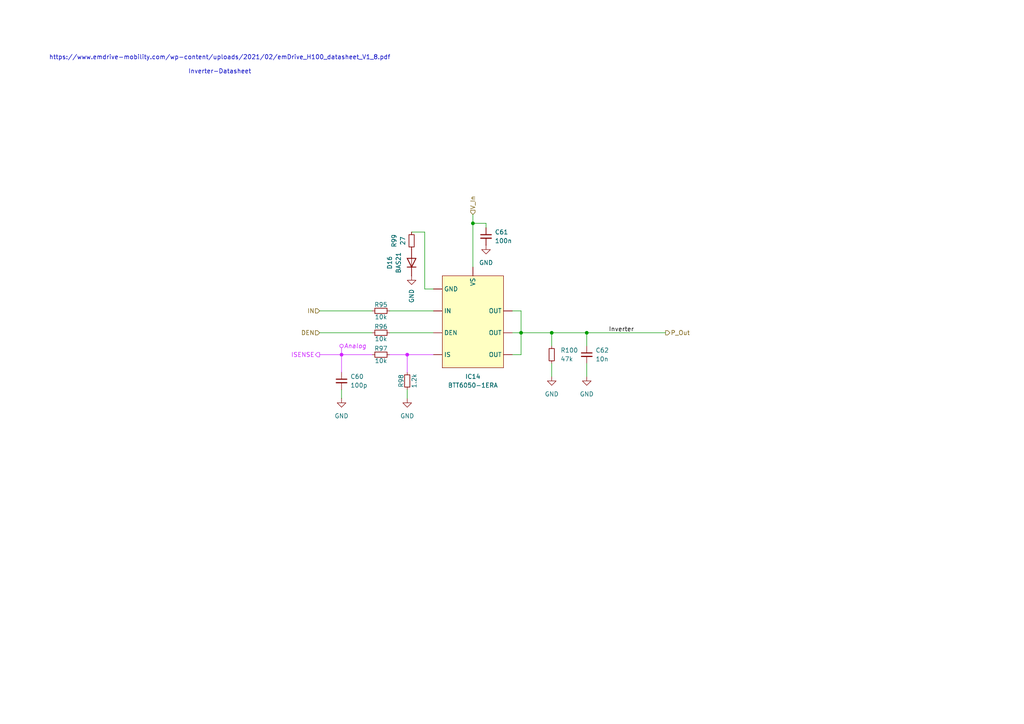
<source format=kicad_sch>
(kicad_sch (version 20231120) (generator "eeschema") (generator_version "8.0")
  (paper "A4")
  (title_block (title "PDU FT25") (date "2024-11-08") (rev "V1.0") (company "Janek Herm") (comment 1 "FaSTTUBe Electronics"))
  (lib_symbols
    (symbol "Device:C_Small" (pin_numbers hide) (pin_names (offset 0.254) hide)
      (property "Reference" "C" (at 0.254 1.778 0))
      (property "Value" "C_Small" (at 0.254 -2.032 0))
      (symbol "C_Small_0_1"
        (polyline (pts (xy -1.524 -0.508) (xy 1.524 -0.508)) (stroke (width 0.3302)))
        (polyline (pts (xy -1.524 0.508) (xy 1.524 0.508)) (stroke (width 0.3048)))
      )
      (symbol "C_Small_1_1"
        (pin passive line (at 0 2.54 270) (length 2.032) (name "~") (number "1"))
        (pin passive line (at 0 -2.54 90) (length 2.032) (name "~") (number "2"))
      )
    )
    (symbol "Device:R_Small" (pin_numbers hide) (pin_names (offset 0.254) hide)
      (property "Reference" "R" (at 0.762 0.508 0))
      (property "Value" "R_Small" (at 0.762 -1.016 0))
      (symbol "R_Small_0_1"
        (rectangle (start -0.762 1.778) (end 0.762 -1.778) (stroke (width 0.2032)))
      )
      (symbol "R_Small_1_1"
        (pin passive line (at 0 2.54 270) (length 0.762) (name "~") (number "1"))
        (pin passive line (at 0 -2.54 90) (length 0.762) (name "~") (number "2"))
      )
    )
    (symbol "Diode:BAS21" (pin_numbers hide) (pin_names hide)
      (property "Reference" "D" (at 0 2.54 0))
      (property "Value" "BAS21" (at 0 -2.54 0))
      (symbol "BAS21_0_1"
        (polyline (pts (xy -1.27 1.27) (xy -1.27 -1.27)) (stroke (width 0.254)))
        (polyline (pts (xy 1.27 0) (xy -1.27 0)))
        (polyline (pts (xy 1.27 1.27) (xy 1.27 -1.27) (xy -1.27 0) (xy 1.27 1.27)) (stroke (width 0.254)))
      )
      (symbol "BAS21_1_1"
        (pin passive line (at 3.81 0 180) (length 2.54) (name "A") (number "1"))
        (pin no_connect line (at -1.27 0 0) (length 2.54) hide (name "NC") (number "2"))
        (pin passive line (at -3.81 0 0) (length 2.54) (name "K") (number "3"))
      )
    )
    (symbol "FaSTTUBe_Power-Switches:BTT6050-1ERA"
      (property "Reference" "IC" (at 0.254 -28.956 0))
      (property "Value" "BTT6050-1ERA" (at 0.508 -31.242 0))
      (symbol "BTT6050-1ERA_1_1"
        (rectangle (start -8.89 -1.27) (end 8.89 -27.94) (fill (type background)))
        (pin input line (at -11.43 -17.78 0) (length 2.54) (name "DEN") (number ""))
        (pin output line (at -11.43 -5.08 0) (length 2.54) (name "GND") (number ""))
        (pin input line (at -11.43 -11.43 0) (length 2.54) (name "IN") (number ""))
        (pin output line (at -11.43 -24.13 0) (length 2.54) (name "IS") (number ""))
        (pin output line (at 11.43 -24.13 180) (length 2.54) (name "OUT") (number ""))
        (pin output line (at 11.43 -17.78 180) (length 2.54) (name "OUT") (number ""))
        (pin output line (at 11.43 -11.43 180) (length 2.54) (name "OUT") (number ""))
        (pin input line (at 0 1.27 270) (length 2.54) (name "VS") (number ""))
      )
    )
    (symbol "power:GND" (power) (pin_numbers hide) (pin_names (offset 0) hide)
      (property "Value" "GND" (at 0 -3.81 0))
      (symbol "GND_0_1"
        (polyline (pts (xy 0 0) (xy 0 -1.27) (xy 1.27 -1.27) (xy 0 -2.54) (xy -1.27 -1.27) (xy 0 -1.27)))
      )
      (symbol "GND_1_1"
        (pin power_in line (at 0 0 270) (length 0) (name "~") (number "1"))
      )
    )
  )
  (junction (at 170.18 96.52))
  (junction (at 151.13 96.52))
  (junction (at 99.06 102.87) (color 203 27 255 1))
  (junction (at 137.16 64.77))
  (junction (at 160.02 96.52))
  (junction (at 118.11 102.87) (color 203 27 255 1))
  (wire (pts (xy 123.19 83.82) (xy 125.73 83.82)))
  (wire (pts (xy 113.03 96.52) (xy 125.73 96.52)))
  (wire (pts (xy 160.02 105.41) (xy 160.02 109.22)))
  (wire (pts (xy 137.16 64.77) (xy 137.16 77.47)))
  (wire (pts (xy 99.06 113.03) (xy 99.06 115.57)))
  (wire (pts (xy 92.71 90.17) (xy 107.95 90.17)))
  (wire (pts (xy 92.71 102.87) (xy 99.06 102.87)) (stroke (width 0) (color 203 27 255 1)))
  (wire (pts (xy 118.11 102.87) (xy 118.11 107.95)) (stroke (width 0) (color 203 27 255 1)))
  (wire (pts (xy 113.03 90.17) (xy 125.73 90.17)))
  (wire (pts (xy 140.97 64.77) (xy 140.97 66.04)))
  (wire (pts (xy 118.11 113.03) (xy 118.11 115.57)))
  (wire (pts (xy 123.19 67.31) (xy 123.19 83.82)))
  (wire (pts (xy 160.02 96.52) (xy 160.02 100.33)))
  (wire (pts (xy 92.71 96.52) (xy 107.95 96.52)))
  (wire (pts (xy 170.18 96.52) (xy 170.18 100.33)))
  (wire (pts (xy 140.97 64.77) (xy 137.16 64.77)))
  (wire (pts (xy 118.11 102.87) (xy 125.73 102.87)) (stroke (width 0) (color 203 27 255 1)))
  (wire (pts (xy 113.03 102.87) (xy 118.11 102.87)) (stroke (width 0) (color 203 27 255 1)))
  (wire (pts (xy 148.59 90.17) (xy 151.13 90.17)))
  (wire (pts (xy 148.59 96.52) (xy 151.13 96.52)))
  (wire (pts (xy 148.59 102.87) (xy 151.13 102.87)))
  (wire (pts (xy 99.06 102.87) (xy 107.95 102.87)) (stroke (width 0) (color 203 27 255 1)))
  (wire (pts (xy 170.18 96.52) (xy 193.04 96.52)))
  (wire (pts (xy 151.13 102.87) (xy 151.13 96.52)))
  (wire (pts (xy 151.13 96.52) (xy 160.02 96.52)))
  (wire (pts (xy 123.19 67.31) (xy 119.38 67.31)))
  (wire (pts (xy 137.16 62.23) (xy 137.16 64.77)))
  (wire (pts (xy 160.02 96.52) (xy 170.18 96.52)))
  (wire (pts (xy 99.06 102.87) (xy 99.06 107.95)) (stroke (width 0) (color 203 27 255 1)))
  (wire (pts (xy 170.18 105.41) (xy 170.18 109.22)))
  (wire (pts (xy 151.13 90.17) (xy 151.13 96.52)))
  (text "https://www.emdrive-mobility.com/wp-content/uploads/2021/02/emDrive_H100_datasheet_V1_8.pdf\n\nInverter-Datasheet" (at 63.754 18.796 0) (effects (font (size 1.27 1.27))))
  (label "Inverter" (at 176.53 96.52 0))
  (hierarchical_label "DEN" (shape input) (at 92.71 96.52 180))
  (hierarchical_label "ISENSE" (shape output) (at 92.71 102.87 180))
  (hierarchical_label "V_In" (shape input) (at 137.16 62.23 90))
  (hierarchical_label "IN" (shape input) (at 92.71 90.17 180))
  (hierarchical_label "P_Out" (shape output) (at 193.04 96.52 0))
  (netclass_flag "" (length 2.54) (shape round) (at 99.06 102.87 0) (property "Netclass" "Analog" (at 99.7585 100.33 0) (effects (font (italic yes)) (justify left))))
  (symbol (lib_id "power:GND") (at 140.97 71.12 0) (unit 1)
    (property "Reference" "#PWR0112" (effects (hide yes)))
    (property "Value" "GND" (at 140.97 76.2 0))
    (property "Description" "Power symbol creates a global label with name \"GND\" , ground" (effects (hide yes)))
    (instances (project "FT25_PDU" (path "" (reference "#PWR0118") (unit 1)) (path "" (reference "#PWR0112") (unit 1))))
  )
  (symbol (lib_id "Device:R_Small") (at 119.38 69.85 180) (unit 1)
    (property "Reference" "R93" (at 114.3 69.85 90))
    (property "Value" "27" (at 116.84 69.85 90))
    (property "Description" "Resistor, small symbol" (effects (hide yes)))
    (instances (project "FT25_PDU" (path "" (reference "R99") (unit 1)) (path "" (reference "R93") (unit 1))))
  )
  (symbol (lib_id "Diode:BAS21") (at 119.38 76.2 90) (unit 1)
    (property "Reference" "D15" (at 113.03 76.2 0))
    (property "Value" "BAS21" (at 115.57 76.2 0))
    (property "Footprint" "Package_TO_SOT_SMD:SOT-23" (effects (hide yes)))
    (property "Datasheet" "https://www.diodes.com/assets/Datasheets/Ds12004.pdf" (effects (hide yes)))
    (property "Description" "250V, 0.4A, High-speed Switching Diode, SOT-23" (effects (hide yes)))
    (instances (project "FT25_PDU" (path "" (reference "D16") (unit 1)) (path "" (reference "D15") (unit 1))))
  )
  (symbol (lib_id "power:GND") (at 170.18 109.22 0) (unit 1)
    (property "Reference" "#PWR0114" (effects (hide yes)))
    (property "Value" "GND" (at 170.18 114.3 0))
    (property "Description" "Power symbol creates a global label with name \"GND\" , ground" (effects (hide yes)))
    (instances (project "FT25_PDU" (path "" (reference "#PWR0120") (unit 1)) (path "" (reference "#PWR0114") (unit 1))))
  )
  (symbol (lib_id "Device:R_Small") (at 110.49 96.52 270) (unit 1)
    (property "Reference" "R90" (at 110.49 94.742 90))
    (property "Value" "10k" (at 110.49 98.298 90))
    (property "Description" "Resistor, small symbol" (effects (hide yes)))
    (instances (project "FT25_PDU" (path "" (reference "R96") (unit 1)) (path "" (reference "R90") (unit 1))))
  )
  (symbol (lib_id "Device:C_Small") (at 170.18 102.87 0) (unit 1)
    (property "Reference" "C59" (at 172.72 101.6062 0) (effects (justify left)))
    (property "Value" "10n" (at 172.72 104.1462 0) (effects (justify left)))
    (property "Description" "Unpolarized capacitor, small symbol" (effects (hide yes)))
    (instances (project "FT25_PDU" (path "" (reference "C62") (unit 1)) (path "" (reference "C59") (unit 1))))
  )
  (symbol (lib_id "Device:C_Small") (at 99.06 110.49 0) (unit 1)
    (property "Reference" "C57" (at 101.6 109.2262 0) (effects (justify left)))
    (property "Value" "100p" (at 101.6 111.7662 0) (effects (justify left)))
    (property "Description" "Unpolarized capacitor, small symbol" (effects (hide yes)))
    (instances (project "FT25_PDU" (path "" (reference "C60") (unit 1)) (path "" (reference "C57") (unit 1))))
  )
  (symbol (lib_id "power:GND") (at 119.38 80.01 0) (unit 1)
    (property "Reference" "#PWR0111" (effects (hide yes)))
    (property "Value" "GND" (at 119.3799 83.82 90) (effects (justify right)))
    (property "Description" "Power symbol creates a global label with name \"GND\" , ground" (effects (hide yes)))
    (instances (project "FT25_PDU" (path "" (reference "#PWR0117") (unit 1)) (path "" (reference "#PWR0111") (unit 1))))
  )
  (symbol (lib_id "power:GND") (at 160.02 109.22 0) (unit 1)
    (property "Reference" "#PWR0113" (effects (hide yes)))
    (property "Value" "GND" (at 160.02 114.3 0))
    (property "Description" "Power symbol creates a global label with name \"GND\" , ground" (effects (hide yes)))
    (instances (project "FT25_PDU" (path "" (reference "#PWR0119") (unit 1)) (path "" (reference "#PWR0113") (unit 1))))
  )
  (symbol (lib_id "FaSTTUBe_Power-Switches:BTT6050-1ERA") (at 137.16 78.74 0) (unit 1)
    (property "Reference" "IC13" (at 137.16 109.22 0))
    (property "Value" "BTT6050-1ERA" (at 137.16 111.76 0))
    (property "Datasheet" "https://www.infineon.com/dgdl/Infineon-BTT6050-1ERA-DS-v01_00-EN.pdf?fileId=5546d46269e1c019016a21fa5b7a0d8a" (effects (hide yes)))
    (instances (project "FT25_PDU" (path "" (reference "IC14") (unit 1)) (path "" (reference "IC13") (unit 1))))
  )
  (symbol (lib_id "Device:C_Small") (at 140.97 68.58 0) (unit 1)
    (property "Reference" "C58" (at 143.51 67.3162 0) (effects (justify left)))
    (property "Value" "100n" (at 143.51 69.8562 0) (effects (justify left)))
    (property "Description" "Unpolarized capacitor, small symbol" (effects (hide yes)))
    (instances (project "FT25_PDU" (path "" (reference "C61") (unit 1)) (path "" (reference "C58") (unit 1))))
  )
  (symbol (lib_id "Device:R_Small") (at 118.11 110.49 0) (unit 1)
    (property "Reference" "R92" (at 116.332 110.49 90))
    (property "Value" "1.2k" (at 120.142 110.49 90))
    (property "Description" "Resistor, small symbol" (effects (hide yes)))
    (instances (project "FT25_PDU" (path "" (reference "R98") (unit 1)) (path "" (reference "R92") (unit 1))))
  )
  (symbol (lib_id "power:GND") (at 118.11 115.57 0) (unit 1)
    (property "Reference" "#PWR0110" (effects (hide yes)))
    (property "Value" "GND" (at 118.11 120.65 0))
    (property "Description" "Power symbol creates a global label with name \"GND\" , ground" (effects (hide yes)))
    (instances (project "FT25_PDU" (path "" (reference "#PWR0116") (unit 1)) (path "" (reference "#PWR0110") (unit 1))))
  )
  (symbol (lib_id "Device:R_Small") (at 110.49 102.87 270) (unit 1)
    (property "Reference" "R91" (at 110.49 101.092 90))
    (property "Value" "10k" (at 110.49 104.648 90))
    (property "Description" "Resistor, small symbol" (effects (hide yes)))
    (instances (project "FT25_PDU" (path "" (reference "R97") (unit 1)) (path "" (reference "R91") (unit 1))))
  )
  (symbol (lib_id "Device:R_Small") (at 160.02 102.87 0) (unit 1)
    (property "Reference" "R94" (at 162.56 101.5999 0) (effects (justify left)))
    (property "Value" "47k" (at 162.56 104.1399 0) (effects (justify left)))
    (property "Description" "Resistor, small symbol" (effects (hide yes)))
    (instances (project "FT25_PDU" (path "" (reference "R100") (unit 1)) (path "" (reference "R94") (unit 1))))
  )
  (symbol (lib_id "power:GND") (at 99.06 115.57 0) (unit 1)
    (property "Reference" "#PWR0109" (effects (hide yes)))
    (property "Value" "GND" (at 99.06 120.65 0))
    (property "Description" "Power symbol creates a global label with name \"GND\" , ground" (effects (hide yes)))
    (instances (project "FT25_PDU" (path "" (reference "#PWR0115") (unit 1)) (path "" (reference "#PWR0109") (unit 1))))
  )
  (symbol (lib_id "Device:R_Small") (at 110.49 90.17 270) (unit 1)
    (property "Reference" "R89" (at 110.49 88.392 90))
    (property "Value" "10k" (at 110.49 91.948 90))
    (property "Description" "Resistor, small symbol" (effects (hide yes)))
    (instances (project "FT25_PDU" (path "" (reference "R95") (unit 1)) (path "" (reference "R89") (unit 1))))
  )
)
</source>
